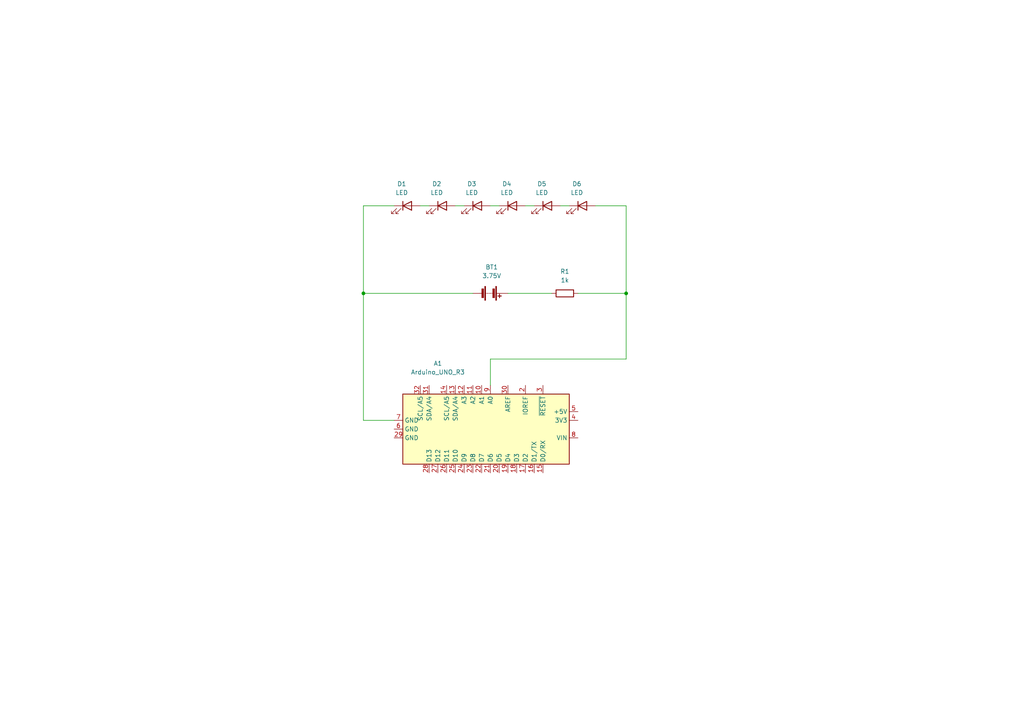
<source format=kicad_sch>
(kicad_sch (version 20211123) (generator eeschema)

  (uuid e63e39d7-6ac0-4ffd-8aa3-1841a4541b55)

  (paper "A4")

  (lib_symbols
    (symbol "Device:Battery" (pin_numbers hide) (pin_names (offset 0) hide) (in_bom yes) (on_board yes)
      (property "Reference" "BT" (id 0) (at 2.54 2.54 0)
        (effects (font (size 1.27 1.27)) (justify left))
      )
      (property "Value" "Battery" (id 1) (at 2.54 0 0)
        (effects (font (size 1.27 1.27)) (justify left))
      )
      (property "Footprint" "" (id 2) (at 0 1.524 90)
        (effects (font (size 1.27 1.27)) hide)
      )
      (property "Datasheet" "~" (id 3) (at 0 1.524 90)
        (effects (font (size 1.27 1.27)) hide)
      )
      (property "ki_keywords" "batt voltage-source cell" (id 4) (at 0 0 0)
        (effects (font (size 1.27 1.27)) hide)
      )
      (property "ki_description" "Multiple-cell battery" (id 5) (at 0 0 0)
        (effects (font (size 1.27 1.27)) hide)
      )
      (symbol "Battery_0_1"
        (rectangle (start -2.032 -1.397) (end 2.032 -1.651)
          (stroke (width 0) (type default) (color 0 0 0 0))
          (fill (type outline))
        )
        (rectangle (start -2.032 1.778) (end 2.032 1.524)
          (stroke (width 0) (type default) (color 0 0 0 0))
          (fill (type outline))
        )
        (rectangle (start -1.3208 -1.9812) (end 1.27 -2.4892)
          (stroke (width 0) (type default) (color 0 0 0 0))
          (fill (type outline))
        )
        (rectangle (start -1.3208 1.1938) (end 1.27 0.6858)
          (stroke (width 0) (type default) (color 0 0 0 0))
          (fill (type outline))
        )
        (polyline
          (pts
            (xy 0 -1.524)
            (xy 0 -1.27)
          )
          (stroke (width 0) (type default) (color 0 0 0 0))
          (fill (type none))
        )
        (polyline
          (pts
            (xy 0 -1.016)
            (xy 0 -0.762)
          )
          (stroke (width 0) (type default) (color 0 0 0 0))
          (fill (type none))
        )
        (polyline
          (pts
            (xy 0 -0.508)
            (xy 0 -0.254)
          )
          (stroke (width 0) (type default) (color 0 0 0 0))
          (fill (type none))
        )
        (polyline
          (pts
            (xy 0 0)
            (xy 0 0.254)
          )
          (stroke (width 0) (type default) (color 0 0 0 0))
          (fill (type none))
        )
        (polyline
          (pts
            (xy 0 0.508)
            (xy 0 0.762)
          )
          (stroke (width 0) (type default) (color 0 0 0 0))
          (fill (type none))
        )
        (polyline
          (pts
            (xy 0 1.778)
            (xy 0 2.54)
          )
          (stroke (width 0) (type default) (color 0 0 0 0))
          (fill (type none))
        )
        (polyline
          (pts
            (xy 0.254 2.667)
            (xy 1.27 2.667)
          )
          (stroke (width 0.254) (type default) (color 0 0 0 0))
          (fill (type none))
        )
        (polyline
          (pts
            (xy 0.762 3.175)
            (xy 0.762 2.159)
          )
          (stroke (width 0.254) (type default) (color 0 0 0 0))
          (fill (type none))
        )
      )
      (symbol "Battery_1_1"
        (pin passive line (at 0 5.08 270) (length 2.54)
          (name "+" (effects (font (size 1.27 1.27))))
          (number "1" (effects (font (size 1.27 1.27))))
        )
        (pin passive line (at 0 -5.08 90) (length 2.54)
          (name "-" (effects (font (size 1.27 1.27))))
          (number "2" (effects (font (size 1.27 1.27))))
        )
      )
    )
    (symbol "Device:LED" (pin_numbers hide) (pin_names (offset 1.016) hide) (in_bom yes) (on_board yes)
      (property "Reference" "D" (id 0) (at 0 2.54 0)
        (effects (font (size 1.27 1.27)))
      )
      (property "Value" "LED" (id 1) (at 0 -2.54 0)
        (effects (font (size 1.27 1.27)))
      )
      (property "Footprint" "" (id 2) (at 0 0 0)
        (effects (font (size 1.27 1.27)) hide)
      )
      (property "Datasheet" "~" (id 3) (at 0 0 0)
        (effects (font (size 1.27 1.27)) hide)
      )
      (property "ki_keywords" "LED diode" (id 4) (at 0 0 0)
        (effects (font (size 1.27 1.27)) hide)
      )
      (property "ki_description" "Light emitting diode" (id 5) (at 0 0 0)
        (effects (font (size 1.27 1.27)) hide)
      )
      (property "ki_fp_filters" "LED* LED_SMD:* LED_THT:*" (id 6) (at 0 0 0)
        (effects (font (size 1.27 1.27)) hide)
      )
      (symbol "LED_0_1"
        (polyline
          (pts
            (xy -1.27 -1.27)
            (xy -1.27 1.27)
          )
          (stroke (width 0.254) (type default) (color 0 0 0 0))
          (fill (type none))
        )
        (polyline
          (pts
            (xy -1.27 0)
            (xy 1.27 0)
          )
          (stroke (width 0) (type default) (color 0 0 0 0))
          (fill (type none))
        )
        (polyline
          (pts
            (xy 1.27 -1.27)
            (xy 1.27 1.27)
            (xy -1.27 0)
            (xy 1.27 -1.27)
          )
          (stroke (width 0.254) (type default) (color 0 0 0 0))
          (fill (type none))
        )
        (polyline
          (pts
            (xy -3.048 -0.762)
            (xy -4.572 -2.286)
            (xy -3.81 -2.286)
            (xy -4.572 -2.286)
            (xy -4.572 -1.524)
          )
          (stroke (width 0) (type default) (color 0 0 0 0))
          (fill (type none))
        )
        (polyline
          (pts
            (xy -1.778 -0.762)
            (xy -3.302 -2.286)
            (xy -2.54 -2.286)
            (xy -3.302 -2.286)
            (xy -3.302 -1.524)
          )
          (stroke (width 0) (type default) (color 0 0 0 0))
          (fill (type none))
        )
      )
      (symbol "LED_1_1"
        (pin passive line (at -3.81 0 0) (length 2.54)
          (name "K" (effects (font (size 1.27 1.27))))
          (number "1" (effects (font (size 1.27 1.27))))
        )
        (pin passive line (at 3.81 0 180) (length 2.54)
          (name "A" (effects (font (size 1.27 1.27))))
          (number "2" (effects (font (size 1.27 1.27))))
        )
      )
    )
    (symbol "Device:R" (pin_numbers hide) (pin_names (offset 0)) (in_bom yes) (on_board yes)
      (property "Reference" "R" (id 0) (at 2.032 0 90)
        (effects (font (size 1.27 1.27)))
      )
      (property "Value" "R" (id 1) (at 0 0 90)
        (effects (font (size 1.27 1.27)))
      )
      (property "Footprint" "" (id 2) (at -1.778 0 90)
        (effects (font (size 1.27 1.27)) hide)
      )
      (property "Datasheet" "~" (id 3) (at 0 0 0)
        (effects (font (size 1.27 1.27)) hide)
      )
      (property "ki_keywords" "R res resistor" (id 4) (at 0 0 0)
        (effects (font (size 1.27 1.27)) hide)
      )
      (property "ki_description" "Resistor" (id 5) (at 0 0 0)
        (effects (font (size 1.27 1.27)) hide)
      )
      (property "ki_fp_filters" "R_*" (id 6) (at 0 0 0)
        (effects (font (size 1.27 1.27)) hide)
      )
      (symbol "R_0_1"
        (rectangle (start -1.016 -2.54) (end 1.016 2.54)
          (stroke (width 0.254) (type default) (color 0 0 0 0))
          (fill (type none))
        )
      )
      (symbol "R_1_1"
        (pin passive line (at 0 3.81 270) (length 1.27)
          (name "~" (effects (font (size 1.27 1.27))))
          (number "1" (effects (font (size 1.27 1.27))))
        )
        (pin passive line (at 0 -3.81 90) (length 1.27)
          (name "~" (effects (font (size 1.27 1.27))))
          (number "2" (effects (font (size 1.27 1.27))))
        )
      )
    )
    (symbol "MCU_Module:Arduino_UNO_R3" (in_bom yes) (on_board yes)
      (property "Reference" "A" (id 0) (at -10.16 23.495 0)
        (effects (font (size 1.27 1.27)) (justify left bottom))
      )
      (property "Value" "Arduino_UNO_R3" (id 1) (at 5.08 -26.67 0)
        (effects (font (size 1.27 1.27)) (justify left top))
      )
      (property "Footprint" "Module:Arduino_UNO_R3" (id 2) (at 0 0 0)
        (effects (font (size 1.27 1.27) italic) hide)
      )
      (property "Datasheet" "https://www.arduino.cc/en/Main/arduinoBoardUno" (id 3) (at 0 0 0)
        (effects (font (size 1.27 1.27)) hide)
      )
      (property "ki_keywords" "Arduino UNO R3 Microcontroller Module Atmel AVR USB" (id 4) (at 0 0 0)
        (effects (font (size 1.27 1.27)) hide)
      )
      (property "ki_description" "Arduino UNO Microcontroller Module, release 3" (id 5) (at 0 0 0)
        (effects (font (size 1.27 1.27)) hide)
      )
      (property "ki_fp_filters" "Arduino*UNO*R3*" (id 6) (at 0 0 0)
        (effects (font (size 1.27 1.27)) hide)
      )
      (symbol "Arduino_UNO_R3_0_1"
        (rectangle (start -10.16 22.86) (end 10.16 -25.4)
          (stroke (width 0.254) (type default) (color 0 0 0 0))
          (fill (type background))
        )
      )
      (symbol "Arduino_UNO_R3_1_1"
        (pin no_connect line (at -10.16 -20.32 0) (length 2.54) hide
          (name "NC" (effects (font (size 1.27 1.27))))
          (number "1" (effects (font (size 1.27 1.27))))
        )
        (pin bidirectional line (at 12.7 -2.54 180) (length 2.54)
          (name "A1" (effects (font (size 1.27 1.27))))
          (number "10" (effects (font (size 1.27 1.27))))
        )
        (pin bidirectional line (at 12.7 -5.08 180) (length 2.54)
          (name "A2" (effects (font (size 1.27 1.27))))
          (number "11" (effects (font (size 1.27 1.27))))
        )
        (pin bidirectional line (at 12.7 -7.62 180) (length 2.54)
          (name "A3" (effects (font (size 1.27 1.27))))
          (number "12" (effects (font (size 1.27 1.27))))
        )
        (pin bidirectional line (at 12.7 -10.16 180) (length 2.54)
          (name "SDA/A4" (effects (font (size 1.27 1.27))))
          (number "13" (effects (font (size 1.27 1.27))))
        )
        (pin bidirectional line (at 12.7 -12.7 180) (length 2.54)
          (name "SCL/A5" (effects (font (size 1.27 1.27))))
          (number "14" (effects (font (size 1.27 1.27))))
        )
        (pin bidirectional line (at -12.7 15.24 0) (length 2.54)
          (name "D0/RX" (effects (font (size 1.27 1.27))))
          (number "15" (effects (font (size 1.27 1.27))))
        )
        (pin bidirectional line (at -12.7 12.7 0) (length 2.54)
          (name "D1/TX" (effects (font (size 1.27 1.27))))
          (number "16" (effects (font (size 1.27 1.27))))
        )
        (pin bidirectional line (at -12.7 10.16 0) (length 2.54)
          (name "D2" (effects (font (size 1.27 1.27))))
          (number "17" (effects (font (size 1.27 1.27))))
        )
        (pin bidirectional line (at -12.7 7.62 0) (length 2.54)
          (name "D3" (effects (font (size 1.27 1.27))))
          (number "18" (effects (font (size 1.27 1.27))))
        )
        (pin bidirectional line (at -12.7 5.08 0) (length 2.54)
          (name "D4" (effects (font (size 1.27 1.27))))
          (number "19" (effects (font (size 1.27 1.27))))
        )
        (pin output line (at 12.7 10.16 180) (length 2.54)
          (name "IOREF" (effects (font (size 1.27 1.27))))
          (number "2" (effects (font (size 1.27 1.27))))
        )
        (pin bidirectional line (at -12.7 2.54 0) (length 2.54)
          (name "D5" (effects (font (size 1.27 1.27))))
          (number "20" (effects (font (size 1.27 1.27))))
        )
        (pin bidirectional line (at -12.7 0 0) (length 2.54)
          (name "D6" (effects (font (size 1.27 1.27))))
          (number "21" (effects (font (size 1.27 1.27))))
        )
        (pin bidirectional line (at -12.7 -2.54 0) (length 2.54)
          (name "D7" (effects (font (size 1.27 1.27))))
          (number "22" (effects (font (size 1.27 1.27))))
        )
        (pin bidirectional line (at -12.7 -5.08 0) (length 2.54)
          (name "D8" (effects (font (size 1.27 1.27))))
          (number "23" (effects (font (size 1.27 1.27))))
        )
        (pin bidirectional line (at -12.7 -7.62 0) (length 2.54)
          (name "D9" (effects (font (size 1.27 1.27))))
          (number "24" (effects (font (size 1.27 1.27))))
        )
        (pin bidirectional line (at -12.7 -10.16 0) (length 2.54)
          (name "D10" (effects (font (size 1.27 1.27))))
          (number "25" (effects (font (size 1.27 1.27))))
        )
        (pin bidirectional line (at -12.7 -12.7 0) (length 2.54)
          (name "D11" (effects (font (size 1.27 1.27))))
          (number "26" (effects (font (size 1.27 1.27))))
        )
        (pin bidirectional line (at -12.7 -15.24 0) (length 2.54)
          (name "D12" (effects (font (size 1.27 1.27))))
          (number "27" (effects (font (size 1.27 1.27))))
        )
        (pin bidirectional line (at -12.7 -17.78 0) (length 2.54)
          (name "D13" (effects (font (size 1.27 1.27))))
          (number "28" (effects (font (size 1.27 1.27))))
        )
        (pin power_in line (at -2.54 -27.94 90) (length 2.54)
          (name "GND" (effects (font (size 1.27 1.27))))
          (number "29" (effects (font (size 1.27 1.27))))
        )
        (pin input line (at 12.7 15.24 180) (length 2.54)
          (name "~{RESET}" (effects (font (size 1.27 1.27))))
          (number "3" (effects (font (size 1.27 1.27))))
        )
        (pin input line (at 12.7 5.08 180) (length 2.54)
          (name "AREF" (effects (font (size 1.27 1.27))))
          (number "30" (effects (font (size 1.27 1.27))))
        )
        (pin bidirectional line (at 12.7 -17.78 180) (length 2.54)
          (name "SDA/A4" (effects (font (size 1.27 1.27))))
          (number "31" (effects (font (size 1.27 1.27))))
        )
        (pin bidirectional line (at 12.7 -20.32 180) (length 2.54)
          (name "SCL/A5" (effects (font (size 1.27 1.27))))
          (number "32" (effects (font (size 1.27 1.27))))
        )
        (pin power_out line (at 2.54 25.4 270) (length 2.54)
          (name "3V3" (effects (font (size 1.27 1.27))))
          (number "4" (effects (font (size 1.27 1.27))))
        )
        (pin power_out line (at 5.08 25.4 270) (length 2.54)
          (name "+5V" (effects (font (size 1.27 1.27))))
          (number "5" (effects (font (size 1.27 1.27))))
        )
        (pin power_in line (at 0 -27.94 90) (length 2.54)
          (name "GND" (effects (font (size 1.27 1.27))))
          (number "6" (effects (font (size 1.27 1.27))))
        )
        (pin power_in line (at 2.54 -27.94 90) (length 2.54)
          (name "GND" (effects (font (size 1.27 1.27))))
          (number "7" (effects (font (size 1.27 1.27))))
        )
        (pin power_in line (at -2.54 25.4 270) (length 2.54)
          (name "VIN" (effects (font (size 1.27 1.27))))
          (number "8" (effects (font (size 1.27 1.27))))
        )
        (pin bidirectional line (at 12.7 0 180) (length 2.54)
          (name "A0" (effects (font (size 1.27 1.27))))
          (number "9" (effects (font (size 1.27 1.27))))
        )
      )
    )
  )

  (junction (at 181.61 85.09) (diameter 0) (color 0 0 0 0)
    (uuid bef81fae-3df1-48c6-833e-39701c8ce52b)
  )
  (junction (at 105.41 85.09) (diameter 0) (color 0 0 0 0)
    (uuid e6bab0a3-325c-4b68-993e-12c4edcee6b4)
  )

  (wire (pts (xy 162.56 59.69) (xy 165.1 59.69))
    (stroke (width 0) (type default) (color 0 0 0 0))
    (uuid 0b2a6cfe-d9e6-4779-b051-b2822078dff3)
  )
  (wire (pts (xy 181.61 85.09) (xy 167.64 85.09))
    (stroke (width 0) (type default) (color 0 0 0 0))
    (uuid 24452b7a-276d-4189-9e9c-240a9efcea3d)
  )
  (wire (pts (xy 181.61 104.14) (xy 181.61 85.09))
    (stroke (width 0) (type default) (color 0 0 0 0))
    (uuid 407f39c1-438e-4f35-aa25-23e20dd8d43e)
  )
  (wire (pts (xy 147.32 85.09) (xy 160.02 85.09))
    (stroke (width 0) (type default) (color 0 0 0 0))
    (uuid 42993cbb-31c6-4da0-af43-9c1cb8fb094e)
  )
  (wire (pts (xy 114.3 121.92) (xy 105.41 121.92))
    (stroke (width 0) (type default) (color 0 0 0 0))
    (uuid 58a12412-c4e7-4aea-85d7-8ce648e5837d)
  )
  (wire (pts (xy 181.61 59.69) (xy 181.61 85.09))
    (stroke (width 0) (type default) (color 0 0 0 0))
    (uuid 5d054a1c-9801-45f4-a5ce-3ce76661202b)
  )
  (wire (pts (xy 132.08 59.69) (xy 134.62 59.69))
    (stroke (width 0) (type default) (color 0 0 0 0))
    (uuid 6e3ba5dc-4592-4dc2-9d58-eff896b56918)
  )
  (wire (pts (xy 142.24 59.69) (xy 144.78 59.69))
    (stroke (width 0) (type default) (color 0 0 0 0))
    (uuid 945ecf06-a8ba-49f9-9a39-f83d76690957)
  )
  (wire (pts (xy 121.92 59.69) (xy 124.46 59.69))
    (stroke (width 0) (type default) (color 0 0 0 0))
    (uuid 99482937-6b39-4a5d-873b-9c8df7ef1a29)
  )
  (wire (pts (xy 105.41 85.09) (xy 137.16 85.09))
    (stroke (width 0) (type default) (color 0 0 0 0))
    (uuid 99868213-187a-4505-9d59-40f98d790047)
  )
  (wire (pts (xy 105.41 59.69) (xy 105.41 85.09))
    (stroke (width 0) (type default) (color 0 0 0 0))
    (uuid a145de04-bef6-49ae-803f-84019f7f8a7b)
  )
  (wire (pts (xy 105.41 121.92) (xy 105.41 85.09))
    (stroke (width 0) (type default) (color 0 0 0 0))
    (uuid a28dadb1-5160-4a90-af5d-8b38f6ae29ef)
  )
  (wire (pts (xy 172.72 59.69) (xy 181.61 59.69))
    (stroke (width 0) (type default) (color 0 0 0 0))
    (uuid ac88f5b7-1337-4bf7-abfc-d5cbb90959b4)
  )
  (wire (pts (xy 142.24 111.76) (xy 142.24 104.14))
    (stroke (width 0) (type default) (color 0 0 0 0))
    (uuid b9778fed-f6a2-4a75-9f52-a8c5f71156d3)
  )
  (wire (pts (xy 152.4 59.69) (xy 154.94 59.69))
    (stroke (width 0) (type default) (color 0 0 0 0))
    (uuid d73c285a-2cc2-49b7-b188-9ad16ab3acd4)
  )
  (wire (pts (xy 142.24 104.14) (xy 181.61 104.14))
    (stroke (width 0) (type default) (color 0 0 0 0))
    (uuid fab0d322-543d-49f0-819b-ee1d2db37921)
  )
  (wire (pts (xy 105.41 59.69) (xy 114.3 59.69))
    (stroke (width 0) (type default) (color 0 0 0 0))
    (uuid fdcc3a3c-47d9-465c-8dfb-125a43284ce4)
  )

  (symbol (lib_id "Device:LED") (at 118.11 59.69 0) (unit 1)
    (in_bom yes) (on_board yes) (fields_autoplaced)
    (uuid 0b7fcc49-f420-4a1f-a4f0-7b5b5e0b0bc1)
    (property "Reference" "D1" (id 0) (at 116.5225 53.34 0))
    (property "Value" "LED" (id 1) (at 116.5225 55.88 0))
    (property "Footprint" "" (id 2) (at 118.11 59.69 0)
      (effects (font (size 1.27 1.27)) hide)
    )
    (property "Datasheet" "~" (id 3) (at 118.11 59.69 0)
      (effects (font (size 1.27 1.27)) hide)
    )
    (pin "1" (uuid 4856ac3a-3825-4f64-a953-8b2395099598))
    (pin "2" (uuid 42c42d3c-98e0-43b7-a293-d6a064b01829))
  )

  (symbol (lib_id "Device:LED") (at 148.59 59.69 0) (unit 1)
    (in_bom yes) (on_board yes) (fields_autoplaced)
    (uuid 1cc98a8f-fa41-4ecd-a912-4a0b914880ee)
    (property "Reference" "D4" (id 0) (at 147.0025 53.34 0))
    (property "Value" "LED" (id 1) (at 147.0025 55.88 0))
    (property "Footprint" "" (id 2) (at 148.59 59.69 0)
      (effects (font (size 1.27 1.27)) hide)
    )
    (property "Datasheet" "~" (id 3) (at 148.59 59.69 0)
      (effects (font (size 1.27 1.27)) hide)
    )
    (pin "1" (uuid 3ab4a587-3f66-48c4-ae40-b64ac0b69dcb))
    (pin "2" (uuid 6c96a492-fd30-430c-9630-288faba478b7))
  )

  (symbol (lib_id "Device:LED") (at 138.43 59.69 0) (unit 1)
    (in_bom yes) (on_board yes) (fields_autoplaced)
    (uuid 3158995e-a114-40be-8036-cc019848a616)
    (property "Reference" "D3" (id 0) (at 136.8425 53.34 0))
    (property "Value" "LED" (id 1) (at 136.8425 55.88 0))
    (property "Footprint" "" (id 2) (at 138.43 59.69 0)
      (effects (font (size 1.27 1.27)) hide)
    )
    (property "Datasheet" "~" (id 3) (at 138.43 59.69 0)
      (effects (font (size 1.27 1.27)) hide)
    )
    (pin "1" (uuid 9cb0cdf4-ccb7-43c4-adbd-dd943db1d06b))
    (pin "2" (uuid 108cf47f-73ad-4ced-886a-9ffe990e4edb))
  )

  (symbol (lib_id "Device:LED") (at 158.75 59.69 0) (unit 1)
    (in_bom yes) (on_board yes) (fields_autoplaced)
    (uuid 39038318-3e41-465e-a6e0-bcd29ba363af)
    (property "Reference" "D5" (id 0) (at 157.1625 53.34 0))
    (property "Value" "LED" (id 1) (at 157.1625 55.88 0))
    (property "Footprint" "" (id 2) (at 158.75 59.69 0)
      (effects (font (size 1.27 1.27)) hide)
    )
    (property "Datasheet" "~" (id 3) (at 158.75 59.69 0)
      (effects (font (size 1.27 1.27)) hide)
    )
    (pin "1" (uuid 0b3a35c5-ddc2-420d-a21f-4aacf27f1abc))
    (pin "2" (uuid 9192405a-3ca1-4ef2-bc94-ba7c48056a34))
  )

  (symbol (lib_id "Device:Battery") (at 142.24 85.09 270) (unit 1)
    (in_bom yes) (on_board yes) (fields_autoplaced)
    (uuid 5d97311e-4096-4423-b77e-6fa4ebdd7dcf)
    (property "Reference" "BT1" (id 0) (at 142.621 77.47 90))
    (property "Value" "3.75V" (id 1) (at 142.621 80.01 90))
    (property "Footprint" "" (id 2) (at 143.764 85.09 90)
      (effects (font (size 1.27 1.27)) hide)
    )
    (property "Datasheet" "~" (id 3) (at 143.764 85.09 90)
      (effects (font (size 1.27 1.27)) hide)
    )
    (pin "1" (uuid 8812d8e1-ec87-4af4-9cf4-60de81c6e26b))
    (pin "2" (uuid 81df982c-9ded-4805-986f-ca38ab28732a))
  )

  (symbol (lib_id "MCU_Module:Arduino_UNO_R3") (at 142.24 124.46 270) (mirror x) (unit 1)
    (in_bom yes) (on_board yes)
    (uuid 94a873dc-af67-4ef9-8159-1f7c93eeb3d7)
    (property "Reference" "A1" (id 0) (at 127 105.41 90))
    (property "Value" "Arduino_UNO_R3" (id 1) (at 127 107.95 90))
    (property "Footprint" "Module:Arduino_UNO_R3" (id 2) (at 142.24 124.46 0)
      (effects (font (size 1.27 1.27) italic) hide)
    )
    (property "Datasheet" "https://www.arduino.cc/en/Main/arduinoBoardUno" (id 3) (at 142.24 124.46 0)
      (effects (font (size 1.27 1.27)) hide)
    )
    (pin "1" (uuid 9157f4ae-0244-4ff1-9f73-3cb4cbb5f280))
    (pin "10" (uuid 7aed3a71-054b-4aaa-9c0a-030523c32827))
    (pin "11" (uuid 1a1ab354-5f85-45f9-938c-9f6c4c8c3ea2))
    (pin "12" (uuid 42713045-fffd-4b2d-ae1e-7232d705fb12))
    (pin "13" (uuid c0515cd2-cdaa-467e-8354-0f6eadfa35c9))
    (pin "14" (uuid 1bf544e3-5940-4576-9291-2464e95c0ee2))
    (pin "15" (uuid 3aaee4c4-dbf7-49a5-a620-9465d8cc3ae7))
    (pin "16" (uuid bdc7face-9f7c-4701-80bb-4cc144448db1))
    (pin "17" (uuid 97fe9c60-586f-4895-8504-4d3729f5f81a))
    (pin "18" (uuid 922058ca-d09a-45fd-8394-05f3e2c1e03a))
    (pin "19" (uuid 0f54db53-a272-4955-88fb-d7ab00657bb0))
    (pin "2" (uuid 80094b70-85ab-4ff6-934b-60d5ee65023a))
    (pin "20" (uuid d4a1d3c4-b315-4bec-9220-d12a9eab51e0))
    (pin "21" (uuid bfc0aadc-38cf-466e-a642-68fdc3138c78))
    (pin "22" (uuid 6441b183-b8f2-458f-a23d-60e2b1f66dd6))
    (pin "23" (uuid 31e08896-1992-4725-96d9-9d2728bca7a3))
    (pin "24" (uuid b5352a33-563a-4ffe-a231-2e68fb54afa3))
    (pin "25" (uuid 852dabbf-de45-4470-8176-59d37a754407))
    (pin "26" (uuid 66043bca-a260-4915-9fce-8a51d324c687))
    (pin "27" (uuid 2d6db888-4e40-41c8-b701-07170fc894bc))
    (pin "28" (uuid 7bbf981c-a063-4e30-8911-e4228e1c0743))
    (pin "29" (uuid 5528bcad-2950-4673-90eb-c37e6952c475))
    (pin "3" (uuid 7edc9030-db7b-43ac-a1b3-b87eeacb4c2d))
    (pin "30" (uuid 08a7c925-7fae-4530-b0c9-120e185cb318))
    (pin "31" (uuid 4a4ec8d9-3d72-4952-83d4-808f65849a2b))
    (pin "32" (uuid cbd8faed-e1f8-4406-87c8-58b2c504a5d4))
    (pin "4" (uuid f2c93195-af12-4d3e-acdf-bdd0ff675c24))
    (pin "5" (uuid 240e07e1-770b-4b27-894f-29fd601c924d))
    (pin "6" (uuid 003c2200-0632-4808-a662-8ddd5d30c768))
    (pin "7" (uuid ee27d19c-8dca-4ac8-a760-6dfd54d28071))
    (pin "8" (uuid 9b0a1687-7e1b-4a04-a30b-c27a072a2949))
    (pin "9" (uuid c01d25cd-f4bb-4ef3-b5ea-533a2a4ddb2b))
  )

  (symbol (lib_id "Device:LED") (at 168.91 59.69 0) (unit 1)
    (in_bom yes) (on_board yes) (fields_autoplaced)
    (uuid b1d9580c-d4d3-4100-9a77-16646bb99353)
    (property "Reference" "D6" (id 0) (at 167.3225 53.34 0))
    (property "Value" "LED" (id 1) (at 167.3225 55.88 0))
    (property "Footprint" "" (id 2) (at 168.91 59.69 0)
      (effects (font (size 1.27 1.27)) hide)
    )
    (property "Datasheet" "~" (id 3) (at 168.91 59.69 0)
      (effects (font (size 1.27 1.27)) hide)
    )
    (pin "1" (uuid 8a0f20ca-6e88-4f5e-9efb-9894a78a6642))
    (pin "2" (uuid dbf78c33-48df-4a5c-8aa0-36d454da30d3))
  )

  (symbol (lib_id "Device:R") (at 163.83 85.09 90) (unit 1)
    (in_bom yes) (on_board yes) (fields_autoplaced)
    (uuid b361ff12-413e-4275-86d0-bfa2fb7c7d27)
    (property "Reference" "R1" (id 0) (at 163.83 78.74 90))
    (property "Value" "1k" (id 1) (at 163.83 81.28 90))
    (property "Footprint" "" (id 2) (at 163.83 86.868 90)
      (effects (font (size 1.27 1.27)) hide)
    )
    (property "Datasheet" "~" (id 3) (at 163.83 85.09 0)
      (effects (font (size 1.27 1.27)) hide)
    )
    (pin "1" (uuid c6e80572-f453-4785-9706-8d31b013929b))
    (pin "2" (uuid 45fc34ae-4d15-4b08-acd9-01cabfee228b))
  )

  (symbol (lib_id "Device:LED") (at 128.27 59.69 0) (unit 1)
    (in_bom yes) (on_board yes) (fields_autoplaced)
    (uuid e5793f30-3737-4af2-9fbf-59d1320a4214)
    (property "Reference" "D2" (id 0) (at 126.6825 53.34 0))
    (property "Value" "LED" (id 1) (at 126.6825 55.88 0))
    (property "Footprint" "" (id 2) (at 128.27 59.69 0)
      (effects (font (size 1.27 1.27)) hide)
    )
    (property "Datasheet" "~" (id 3) (at 128.27 59.69 0)
      (effects (font (size 1.27 1.27)) hide)
    )
    (pin "1" (uuid c7173d14-f068-4d90-90d9-00e1ccf1934a))
    (pin "2" (uuid 9e8798e0-b6f8-4a17-bcbd-b2e3c6d2bf00))
  )

  (sheet_instances
    (path "/" (page "1"))
  )

  (symbol_instances
    (path "/94a873dc-af67-4ef9-8159-1f7c93eeb3d7"
      (reference "A1") (unit 1) (value "Arduino_UNO_R3") (footprint "Module:Arduino_UNO_R3")
    )
    (path "/5d97311e-4096-4423-b77e-6fa4ebdd7dcf"
      (reference "BT1") (unit 1) (value "3.75V") (footprint "")
    )
    (path "/0b7fcc49-f420-4a1f-a4f0-7b5b5e0b0bc1"
      (reference "D1") (unit 1) (value "LED") (footprint "")
    )
    (path "/e5793f30-3737-4af2-9fbf-59d1320a4214"
      (reference "D2") (unit 1) (value "LED") (footprint "")
    )
    (path "/3158995e-a114-40be-8036-cc019848a616"
      (reference "D3") (unit 1) (value "LED") (footprint "")
    )
    (path "/1cc98a8f-fa41-4ecd-a912-4a0b914880ee"
      (reference "D4") (unit 1) (value "LED") (footprint "")
    )
    (path "/39038318-3e41-465e-a6e0-bcd29ba363af"
      (reference "D5") (unit 1) (value "LED") (footprint "")
    )
    (path "/b1d9580c-d4d3-4100-9a77-16646bb99353"
      (reference "D6") (unit 1) (value "LED") (footprint "")
    )
    (path "/b361ff12-413e-4275-86d0-bfa2fb7c7d27"
      (reference "R1") (unit 1) (value "1k") (footprint "")
    )
  )
)

</source>
